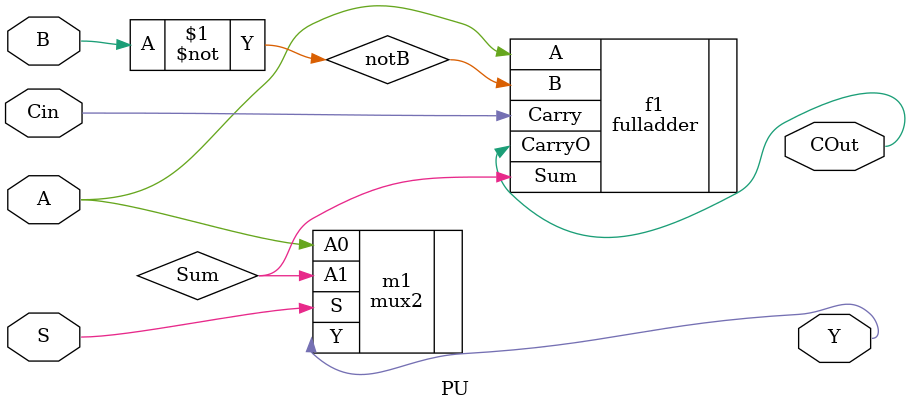
<source format=v>
module PU (
    input A,        // Dividend bit
    input B,        // Divisor bit
    input Cin,      // Carry input
    input S,        // Select input for the mux
    output Y,       // Output of the PU
    output COut     // Carry output from the full adder
);

wire Sum, notB;

// Invert B for subtraction
not n1 (notB, B);

// Full adder performs A - B + Cin
fulladder f1 (
    .A(A),
    .B(notB),
    .Carry(Cin),
    .Sum(Sum),
    .CarryO(COut)
);

// 2:1 multiplexer to select between A and Sum
mux2 m1 (
    .A0(A),        // Input 0 of mux
    .A1(Sum),      // Input 1 of mux
    .S(S),         // Select line
    .Y(Y)          // Output of the mux
);

endmodule

</source>
